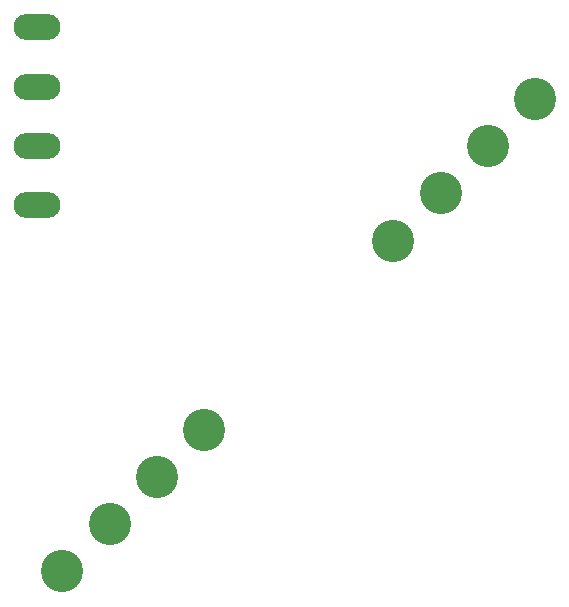
<source format=gbr>
G04 #@! TF.FileFunction,Soldermask,Bot*
%FSLAX46Y46*%
G04 Gerber Fmt 4.6, Leading zero omitted, Abs format (unit mm)*
G04 Created by KiCad (PCBNEW 4.0.6) date 07/21/17 09:20:33*
%MOMM*%
%LPD*%
G01*
G04 APERTURE LIST*
%ADD10C,0.100000*%
%ADD11C,2.940000*%
%ADD12C,3.575000*%
%ADD13O,3.981400X2.190700*%
G04 APERTURE END LIST*
D10*
D11*
X136486900Y-117792500D03*
D12*
X136486900Y-117792500D03*
D11*
X140474700Y-113804700D03*
D12*
X140474700Y-113804700D03*
D11*
X128485900Y-125793500D03*
D12*
X128485900Y-125793500D03*
D11*
X132549900Y-121805700D03*
D12*
X132549900Y-121805700D03*
D11*
X160515300Y-93764100D03*
D12*
X160515300Y-93764100D03*
D11*
X156476700Y-97777300D03*
D12*
X156476700Y-97777300D03*
D11*
X164503100Y-89776300D03*
D12*
X164503100Y-89776300D03*
D11*
X168490900Y-85788500D03*
D12*
X168490900Y-85788500D03*
D13*
X126352300Y-94736300D03*
X126352300Y-89736300D03*
X126352300Y-84736300D03*
X126352300Y-79736300D03*
M02*

</source>
